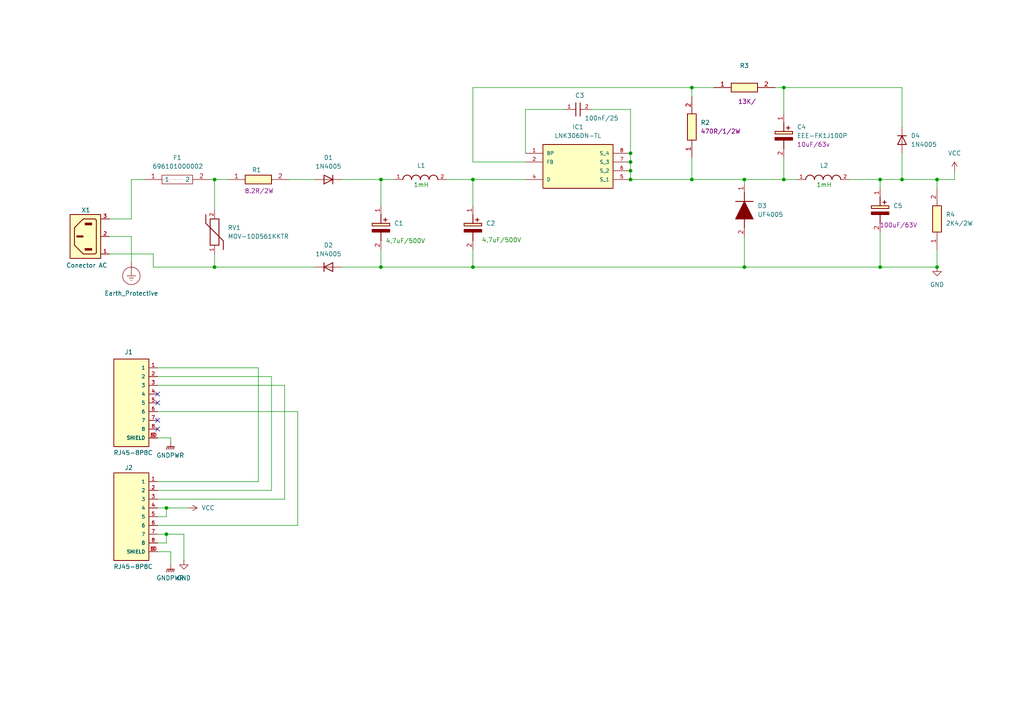
<source format=kicad_sch>
(kicad_sch (version 20231120) (generator "eeschema") (generator_version "8.0")
  (paper "A4")
  (lib_symbols
    (symbol "Diode:1N4005" (pin_numbers hide) (pin_names hide)
      (property "Reference" "D" (at 0 2.54 0))
      (property "Value" "1N4005" (at 0 -2.54 0))
      (symbol "1N4005_0_1"
        (polyline (pts (xy -1.27 1.27) (xy -1.27 -1.27)) (stroke (width 0.254)))
        (polyline (pts (xy 1.27 0) (xy -1.27 0)))
        (polyline (pts (xy 1.27 1.27) (xy 1.27 -1.27) (xy -1.27 0) (xy 1.27 1.27)) (stroke (width 0.254)))
      )
      (symbol "1N4005_1_1"
        (pin passive line (at -3.81 0 0) (length 2.54) (name "K") (number "1"))
        (pin passive line (at 3.81 0 180) (length 2.54) (name "A") (number "2"))
      )
    )
    (symbol "Equatorial:35212K4FT" (pin_names hide)
      (property "Reference" "R" (at 6.096 3.556 0))
      (property "Value" "2K4/2W" (at 5.588 -2.794 0))
      (symbol "35212K4FT_1_1"
        (rectangle (start 5.08 1.27) (end 12.7 -1.27) (stroke (width 0.254)) (fill (type background)))
        (pin passive line (at 0 0 0) (length 5.08) (name "1") (number "1"))
        (pin passive line (at 17.78 0 180) (length 5.08) (name "2") (number "2"))
      )
    )
    (symbol "Equatorial:696101000002" (pin_names (offset 0.762))
      (property "Reference" "F" (at 10.414 2.286 0))
      (property "Value" "696101000002" (at 4.572 -4.826 0))
      (symbol "696101000002_0_0"
        (pin passive line (at 1.27 -1.27 0) (length 5.08) (name "1") (number "1"))
        (pin passive line (at 20.32 -1.27 180) (length 5.08) (name "2") (number "2"))
      )
      (symbol "696101000002_0_1"
        (polyline (pts (xy 6.35 0) (xy 15.24 0) (xy 15.24 -2.54) (xy 6.35 -2.54) (xy 6.35 0)) (stroke (width 0.1524)))
      )
      (symbol "696101000002_1_1"
        (polyline (pts (xy 6.35 -1.27) (xy 15.24 -1.27)) (stroke (width 0) (type dot)))
      )
    )
    (symbol "Equatorial:6ESRM-P" (pin_names (offset 1.016))
      (property "Reference" "X" (at 0 0 0))
      (property "Value" "Conector AC" (at 0 0 0))
      (symbol "6ESRM-P_0_0"
        (polyline (pts (xy 1.27 4.572) (xy 1.27 -4.572)) (stroke (width 0.254)))
        (polyline (pts (xy 1.778 -5.08) (xy 4.8696 -5.08)) (stroke (width 0.254)))
        (polyline (pts (xy 4.8696 5.08) (xy 1.778 5.08)) (stroke (width 0.254)))
        (polyline (pts (xy 5.2288 -4.9312) (xy 7.4712 -2.6888)) (stroke (width 0.254)))
        (polyline (pts (xy 7.4712 2.6888) (xy 5.2288 4.9312)) (stroke (width 0.254)))
        (polyline (pts (xy 7.62 -2.3296) (xy 7.62 2.3296)) (stroke (width 0.254)))
        (rectangle (start 0 6.35) (end 8.89 -6.35) (stroke (width 0.254)) (fill (type background)))
        (arc (start 1.27 -4.572) (mid 1.4188 -4.9312) (end 1.778 -5.08) (stroke (width 0.254)))
        (arc (start 1.778 5.08) (mid 1.4188 4.9312) (end 1.27 4.572) (stroke (width 0.254)))
        (rectangle (start 2.54 -3.937) (end 4.572 -3.302) (stroke (width 0.1)) (fill (type outline)))
        (rectangle (start 2.54 3.429) (end 4.572 4.064) (stroke (width 0.1)) (fill (type outline)))
        (arc (start 4.8696 -5.08) (mid 5.0642 -5.0416) (end 5.2288 -4.9312) (stroke (width 0.254)))
        (rectangle (start 5.08 -0.254) (end 6.985 0.254) (stroke (width 0.1)) (fill (type outline)))
        (arc (start 5.2288 4.9312) (mid 5.0639 5.0408) (end 4.8696 5.08) (stroke (width 0.254)))
        (arc (start 7.4712 -2.6888) (mid 7.5808 -2.5239) (end 7.62 -2.3296) (stroke (width 0.254)))
        (arc (start 7.62 2.3296) (mid 7.5816 2.5242) (end 7.4712 2.6888) (stroke (width 0.254)))
        (pin passive line (at -2.54 5.08 0) (length 2.54) (name "~") (number "1"))
        (pin passive line (at -2.54 0 0) (length 2.54) (name "~") (number "2"))
        (pin passive line (at -2.54 -5.08 0) (length 2.54) (name "~") (number "3"))
      )
    )
    (symbol "Equatorial:CRGH2512J8R2" (pin_names hide)
      (property "Reference" "R" (at 8.382 5.334 0))
      (property "Value" "CRGH2512J8R2" (at 2.794 -3.302 0))
      (symbol "CRGH2512J8R2_1_1"
        (rectangle (start 5.08 1.27) (end 12.7 -1.27) (stroke (width 0.254)) (fill (type background)))
        (pin passive line (at 0 0 0) (length 5.08) (name "1") (number "1"))
        (pin passive line (at 17.78 0 180) (length 5.08) (name "2") (number "2"))
      )
    )
    (symbol "Equatorial:EEE-FK1J100P" (pin_names hide)
      (property "Reference" "C" (at 5.588 5.842 0))
      (property "Value" "EEE-FK1J100P" (at -0.508 -4.572 0))
      (property "ref" "10uF/63v" (at 0 0 0))
      (symbol "EEE-FK1J100P_1_1"
        (polyline (pts (xy 2.54 0) (xy 5.08 0)) (stroke (width 0.254)))
        (polyline (pts (xy 4.064 1.778) (xy 4.064 0.762)) (stroke (width 0.254)))
        (polyline (pts (xy 4.572 1.27) (xy 3.556 1.27)) (stroke (width 0.254)))
        (polyline (pts (xy 7.62 0) (xy 10.16 0)) (stroke (width 0.254)))
        (polyline (pts (xy 7.62 2.54) (xy 7.62 -2.54) (xy 6.858 -2.54) (xy 6.858 2.54) (xy 7.62 2.54)) (stroke (width 0.254)) (fill (type outline)))
        (rectangle (start 5.08 2.54) (end 5.842 -2.54) (stroke (width 0.254)) (fill (type background)))
        (pin passive line (at 0 0 0) (length 2.54) (name "+") (number "1"))
        (pin passive line (at 12.7 0 180) (length 2.54) (name "-") (number "2"))
      )
    )
    (symbol "Equatorial:ERA-6ARB133V" (pin_names hide)
      (property "Reference" "R" (at 8.636 4.318 0))
      (property "Value" "ERA-6ARB133V" (at 2.54 -1.778 0))
      (symbol "ERA-6ARB133V_1_1"
        (rectangle (start 5.08 1.27) (end 12.7 -1.27) (stroke (width 0.254)) (fill (type background)))
        (pin passive line (at 0 0 0) (length 5.08) (name "1") (number "1"))
        (pin passive line (at 17.78 0 180) (length 5.08) (name "2") (number "2"))
      )
    )
    (symbol "Equatorial:LNK306DN-TL" (pin_names (offset 1.016))
      (property "Reference" "IC" (at 14.986 5.334 0))
      (property "Value" "LNK306DN-TL" (at 7.62 -12.192 0))
      (symbol "LNK306DN-TL_0_0"
        (rectangle (start 5.08 -10.16) (end 25.4 2.54) (stroke (width 0.254)) (fill (type background)))
        (pin bidirectional line (at 0 0 0) (length 5.08) (name "BP") (number "1"))
        (pin bidirectional line (at 0 -2.54 0) (length 5.08) (name "FB") (number "2"))
        (pin bidirectional line (at 0 -7.62 0) (length 5.08) (name "D") (number "4"))
        (pin bidirectional line (at 30.48 -7.62 180) (length 5.08) (name "S_1") (number "5"))
        (pin bidirectional line (at 30.48 -5.08 180) (length 5.08) (name "S_2") (number "6"))
        (pin bidirectional line (at 30.48 -2.54 180) (length 5.08) (name "S_3") (number "7"))
        (pin bidirectional line (at 30.48 0 180) (length 5.08) (name "S_4") (number "8"))
      )
    )
    (symbol "Equatorial:MAL215097803E3" (pin_names hide)
      (property "Reference" "C" (at 6.096 5.588 0))
      (property "Value" "MAL215097803E3" (at -1.27 -3.81 0))
      (symbol "MAL215097803E3_1_1"
        (polyline (pts (xy 2.54 0) (xy 5.08 0)) (stroke (width 0.254)))
        (polyline (pts (xy 4.064 1.778) (xy 4.064 0.762)) (stroke (width 0.254)))
        (polyline (pts (xy 4.572 1.27) (xy 3.556 1.27)) (stroke (width 0.254)))
        (polyline (pts (xy 7.62 0) (xy 10.16 0)) (stroke (width 0.254)))
        (polyline (pts (xy 7.62 2.54) (xy 7.62 -2.54) (xy 6.858 -2.54) (xy 6.858 2.54) (xy 7.62 2.54)) (stroke (width 0.254)) (fill (type outline)))
        (rectangle (start 5.08 2.54) (end 5.842 -2.54) (stroke (width 0.254)) (fill (type background)))
        (pin passive line (at 0 0 0) (length 2.54) (name "+") (number "1"))
        (pin passive line (at 12.7 0 180) (length 2.54) (name "-") (number "2"))
      )
    )
    (symbol "Equatorial:MOV-10D511K" (pin_names (offset 1.016))
      (property "Reference" "RV" (at 11.43 6.35 0))
      (property "Value" "MOV-10D561KKTR" (at 11.43 3.81 0))
      (symbol "MOV-10D511K_0_0"
        (polyline (pts (xy 1.27 -2.54) (xy 3.81 -2.54)) (stroke (width 0.254)))
        (polyline (pts (xy 2.54 1.27) (xy 2.54 -1.27)) (stroke (width 0.254)))
        (polyline (pts (xy 2.54 1.27) (xy 10.16 1.27)) (stroke (width 0.254)))
        (polyline (pts (xy 8.89 2.54) (xy 3.81 -2.54)) (stroke (width 0.254)))
        (polyline (pts (xy 8.89 2.54) (xy 11.43 2.54)) (stroke (width 0.254)))
        (polyline (pts (xy 10.16 -1.27) (xy 2.54 -1.27)) (stroke (width 0.254)))
        (polyline (pts (xy 10.16 -1.27) (xy 10.16 1.27)) (stroke (width 0.254)))
        (pin bidirectional line (at 0 0 0) (length 2.54) (name "~") (number "1"))
        (pin bidirectional line (at 12.7 0 180) (length 2.54) (name "~") (number "2"))
      )
    )
    (symbol "Equatorial:RCC1206470RFKEA" (pin_names hide)
      (property "Reference" "R" (at 6.604 4.826 0))
      (symbol "RCC1206470RFKEA_1_1"
        (rectangle (start 5.08 1.27) (end 12.7 -1.27) (stroke (width 0.254)) (fill (type background)))
        (pin passive line (at 0 0 0) (length 5.08) (name "1") (number "1"))
        (pin passive line (at 17.78 0 180) (length 5.08) (name "2") (number "2"))
      )
    )
    (symbol "Equatorial:RJ45-8P8C" (pin_names (offset 1.016))
      (property "Reference" "J" (at -5.089 13.9947 0))
      (property "Value" "RJ45-8P8C" (at -5.0863 -15.259 0))
      (symbol "RJ45-8P8C_0_0"
        (rectangle (start -5.08 -12.7) (end 5.08 12.7) (stroke (width 0.254)) (fill (type background)))
        (pin passive line (at 7.62 10.16 180) (length 2.54) (name "1") (number "1"))
        (pin passive line (at 7.62 -10.16 180) (length 2.54) (name "SHIELD") (number "10"))
        (pin passive line (at 7.62 7.62 180) (length 2.54) (name "2") (number "2"))
        (pin passive line (at 7.62 5.08 180) (length 2.54) (name "3") (number "3"))
        (pin passive line (at 7.62 2.54 180) (length 2.54) (name "4") (number "4"))
        (pin passive line (at 7.62 0 180) (length 2.54) (name "5") (number "5"))
        (pin passive line (at 7.62 -2.54 180) (length 2.54) (name "6") (number "6"))
        (pin passive line (at 7.62 -5.08 180) (length 2.54) (name "7") (number "7"))
        (pin passive line (at 7.62 -7.62 180) (length 2.54) (name "8") (number "8"))
        (pin passive line (at 7.62 -10.16 180) (length 2.54) (name "SHIELD") (number "9"))
      )
    )
    (symbol "Equatorial:UF4005" (pin_names hide)
      (property "Reference" "D" (at 11.43 5.08 0))
      (property "Value" "UF4005" (at 11.43 2.54 0))
      (symbol "UF4005_1_1"
        (polyline (pts (xy 2.54 0) (xy 5.08 0)) (stroke (width 0.254)))
        (polyline (pts (xy 5.08 2.54) (xy 5.08 -2.54)) (stroke (width 0.254)))
        (polyline (pts (xy 10.16 0) (xy 12.7 0)) (stroke (width 0.254)))
        (polyline (pts (xy 5.08 0) (xy 10.16 2.54) (xy 10.16 -2.54) (xy 5.08 0)) (stroke (width 0.254)) (fill (type outline)))
        (pin passive line (at 0 0 0) (length 2.54) (name "K") (number "1"))
        (pin passive line (at 15.24 0 180) (length 2.54) (name "A") (number "2"))
      )
    )
    (symbol "Equatorial:ULT2H4R7MNL1GS" (pin_names hide)
      (property "Reference" "C" (at 5.842 6.096 0))
      (property "Value" "ULT2H4R7MNL1GS" (at -3.048 -4.318 0))
      (symbol "ULT2H4R7MNL1GS_1_1"
        (polyline (pts (xy 2.54 0) (xy 5.08 0)) (stroke (width 0.254)))
        (polyline (pts (xy 4.064 1.778) (xy 4.064 0.762)) (stroke (width 0.254)))
        (polyline (pts (xy 4.572 1.27) (xy 3.556 1.27)) (stroke (width 0.254)))
        (polyline (pts (xy 7.62 0) (xy 10.16 0)) (stroke (width 0.254)))
        (polyline (pts (xy 7.62 2.54) (xy 7.62 -2.54) (xy 6.858 -2.54) (xy 6.858 2.54) (xy 7.62 2.54)) (stroke (width 0.254)) (fill (type outline)))
        (rectangle (start 5.08 2.54) (end 5.842 -2.54) (stroke (width 0.254)) (fill (type background)))
        (pin passive line (at 0 0 0) (length 2.54) (name "+") (number "1"))
        (pin passive line (at 12.7 0 180) (length 2.54) (name "-") (number "2"))
      )
    )
    (symbol "Equatorial:WCAP-CSGP_0603" (pin_names (offset 1.016))
      (property "Reference" "C" (at 1.27 2.54 0))
      (property "Value" "100nF/25" (at 1.27 -5.08 0))
      (symbol "WCAP-CSGP_0603_0_0"
        (polyline (pts (xy 0 0) (xy 0.6426 0)) (stroke (width 0.1524)))
        (polyline (pts (xy 0.635 -1.905) (xy 0.635 1.905)) (stroke (width 0.254)))
        (polyline (pts (xy 1.905 1.905) (xy 1.905 -1.905)) (stroke (width 0.254)))
        (polyline (pts (xy 1.9279 0) (xy 2.5705 0)) (stroke (width 0.1524)))
        (pin passive line (at -2.54 0 0) (length 2.54) (name "~") (number "1"))
        (pin passive line (at 5.08 0 180) (length 2.54) (name "~") (number "2"))
      )
    )
    (symbol "Equatorial:WE-PD2HV_1054" (pin_names (offset 1.016))
      (property "Reference" "L" (at 0 2.54 0))
      (property "Value" "WE-PD2HV_1054" (at -3.81 -2.54 0))
      (symbol "WE-PD2HV_1054_0_0"
        (arc (start -2.54 0) (mid -3.81 1.2645) (end -5.08 0) (stroke (width 0.254)))
        (arc (start 0 0) (mid -1.27 1.2645) (end -2.54 0) (stroke (width 0.254)))
        (arc (start 2.54 0) (mid 1.27 1.2645) (end 0 0) (stroke (width 0.254)))
        (arc (start 5.08 0) (mid 3.81 1.2645) (end 2.54 0) (stroke (width 0.254)))
        (pin passive line (at -7.62 0 0) (length 2.54) (name "~") (number "1"))
        (pin passive line (at 7.62 0 180) (length 2.54) (name "~") (number "2"))
      )
    )
    (symbol "power:Earth_Protective" (power) (pin_numbers hide) (pin_names (offset 0) hide)
      (property "Value" "Earth_Protective" (at 0 -7.62 0))
      (symbol "Earth_Protective_0_1"
        (circle (center 0 -3.81) (radius 2.54))
        (polyline (pts (xy -0.635 -4.445) (xy 0.635 -4.445)))
        (polyline (pts (xy -0.127 -5.08) (xy 0.127 -5.08)))
        (polyline (pts (xy 0 -3.81) (xy 0 0)))
        (polyline (pts (xy 1.27 -3.81) (xy -1.27 -3.81)))
      )
      (symbol "Earth_Protective_1_1"
        (pin power_in line (at 0 0 270) (length 0) (name "~") (number "1"))
      )
    )
    (symbol "power:GND" (power) (pin_numbers hide) (pin_names (offset 0) hide)
      (property "Value" "GND" (at 0 -3.81 0))
      (symbol "GND_0_1"
        (polyline (pts (xy 0 0) (xy 0 -1.27) (xy 1.27 -1.27) (xy 0 -2.54) (xy -1.27 -1.27) (xy 0 -1.27)))
      )
      (symbol "GND_1_1"
        (pin power_in line (at 0 0 270) (length 0) (name "~") (number "1"))
      )
    )
    (symbol "power:GNDPWR" (power) (pin_numbers hide) (pin_names (offset 0) hide)
      (property "Value" "GNDPWR" (at 0 -3.302 0))
      (symbol "GNDPWR_0_1"
        (polyline (pts (xy 0 -1.27) (xy 0 0)))
        (polyline (pts (xy -1.016 -1.27) (xy -1.27 -2.032) (xy -1.27 -2.032)) (stroke (width 0.2032)))
        (polyline (pts (xy -0.508 -1.27) (xy -0.762 -2.032) (xy -0.762 -2.032)) (stroke (width 0.2032)))
        (polyline (pts (xy 0 -1.27) (xy -0.254 -2.032) (xy -0.254 -2.032)) (stroke (width 0.2032)))
        (polyline (pts (xy 0.508 -1.27) (xy 0.254 -2.032) (xy 0.254 -2.032)) (stroke (width 0.2032)))
        (polyline (pts (xy 1.016 -1.27) (xy -1.016 -1.27) (xy -1.016 -1.27)) (stroke (width 0.2032)))
        (polyline (pts (xy 1.016 -1.27) (xy 0.762 -2.032) (xy 0.762 -2.032) (xy 0.762 -2.032)) (stroke (width 0.2032)))
      )
      (symbol "GNDPWR_1_1"
        (pin power_in line (at 0 0 270) (length 0) (name "~") (number "1"))
      )
    )
    (symbol "power:VCC" (power) (pin_numbers hide) (pin_names (offset 0) hide)
      (property "Value" "VCC" (at 0 3.556 0))
      (symbol "VCC_0_1"
        (polyline (pts (xy -0.762 1.27) (xy 0 2.54)))
        (polyline (pts (xy 0 0) (xy 0 2.54)))
        (polyline (pts (xy 0 2.54) (xy 0.762 1.27)))
      )
      (symbol "VCC_1_1"
        (pin power_in line (at 0 0 90) (length 0) (name "~") (number "1"))
      )
    )
  )
  (junction (at 182.88 46.99))
  (junction (at 255.27 52.07))
  (junction (at 227.33 25.4))
  (junction (at 137.16 77.47))
  (junction (at 137.16 52.07))
  (junction (at 182.88 52.07))
  (junction (at 215.9 77.47))
  (junction (at 110.49 77.47))
  (junction (at 271.78 77.47))
  (junction (at 110.49 52.07))
  (junction (at 48.26 154.94))
  (junction (at 261.62 52.07))
  (junction (at 227.33 52.07))
  (junction (at 200.66 52.07))
  (junction (at 62.23 52.07))
  (junction (at 255.27 77.47))
  (junction (at 182.88 49.53))
  (junction (at 271.78 52.07))
  (junction (at 200.66 25.4))
  (junction (at 182.88 44.45))
  (junction (at 215.9 52.07))
  (junction (at 62.23 77.47))
  (junction (at 48.26 147.32))
  (no_connect (at 45.72 114.3))
  (no_connect (at 45.72 124.46))
  (no_connect (at 45.72 116.84))
  (no_connect (at 45.72 121.92))
  (wire (pts (xy 45.72 144.78) (xy 82.55 144.78)))
  (wire (pts (xy 86.36 152.4) (xy 45.72 152.4)))
  (wire (pts (xy 137.16 52.07) (xy 152.4 52.07)))
  (wire (pts (xy 45.72 111.76) (xy 82.55 111.76)))
  (wire (pts (xy 31.75 68.58) (xy 38.1 68.58)))
  (wire (pts (xy 200.66 45.72) (xy 200.66 52.07)))
  (wire (pts (xy 261.62 52.07) (xy 255.27 52.07)))
  (wire (pts (xy 48.26 157.48) (xy 48.26 154.94)))
  (wire (pts (xy 83.82 52.07) (xy 91.44 52.07)))
  (wire (pts (xy 53.34 154.94) (xy 53.34 162.56)))
  (wire (pts (xy 261.62 36.83) (xy 261.62 25.4)))
  (wire (pts (xy 110.49 52.07) (xy 114.3 52.07)))
  (wire (pts (xy 110.49 52.07) (xy 110.49 59.69)))
  (wire (pts (xy 215.9 77.47) (xy 137.16 77.47)))
  (wire (pts (xy 200.66 25.4) (xy 200.66 27.94)))
  (wire (pts (xy 45.72 154.94) (xy 48.26 154.94)))
  (wire (pts (xy 45.72 127) (xy 49.53 127)))
  (wire (pts (xy 31.75 73.66) (xy 44.45 73.66)))
  (wire (pts (xy 182.88 31.75) (xy 182.88 44.45)))
  (wire (pts (xy 99.06 77.47) (xy 110.49 77.47)))
  (wire (pts (xy 276.86 49.53) (xy 276.86 52.07)))
  (wire (pts (xy 261.62 44.45) (xy 261.62 52.07)))
  (wire (pts (xy 215.9 77.47) (xy 255.27 77.47)))
  (wire (pts (xy 137.16 25.4) (xy 200.66 25.4)))
  (wire (pts (xy 82.55 111.76) (xy 82.55 144.78)))
  (wire (pts (xy 62.23 52.07) (xy 66.04 52.07)))
  (wire (pts (xy 182.88 49.53) (xy 182.88 52.07)))
  (wire (pts (xy 271.78 72.39) (xy 271.78 77.47)))
  (wire (pts (xy 271.78 52.07) (xy 261.62 52.07)))
  (wire (pts (xy 99.06 52.07) (xy 110.49 52.07)))
  (wire (pts (xy 152.4 46.99) (xy 137.16 46.99)))
  (wire (pts (xy 182.88 44.45) (xy 182.88 46.99)))
  (wire (pts (xy 227.33 45.72) (xy 227.33 52.07)))
  (wire (pts (xy 182.88 52.07) (xy 200.66 52.07)))
  (wire (pts (xy 224.79 25.4) (xy 227.33 25.4)))
  (wire (pts (xy 45.72 109.22) (xy 78.74 109.22)))
  (wire (pts (xy 255.27 52.07) (xy 255.27 54.61)))
  (wire (pts (xy 74.93 106.68) (xy 74.93 139.7)))
  (wire (pts (xy 271.78 54.61) (xy 271.78 52.07)))
  (wire (pts (xy 171.45 31.75) (xy 182.88 31.75)))
  (wire (pts (xy 137.16 46.99) (xy 137.16 25.4)))
  (wire (pts (xy 110.49 72.39) (xy 110.49 77.47)))
  (wire (pts (xy 60.96 52.07) (xy 62.23 52.07)))
  (wire (pts (xy 200.66 52.07) (xy 215.9 52.07)))
  (wire (pts (xy 152.4 31.75) (xy 152.4 44.45)))
  (wire (pts (xy 74.93 139.7) (xy 45.72 139.7)))
  (wire (pts (xy 49.53 127) (xy 49.53 128.27)))
  (wire (pts (xy 215.9 68.58) (xy 215.9 77.47)))
  (wire (pts (xy 45.72 157.48) (xy 48.26 157.48)))
  (wire (pts (xy 44.45 73.66) (xy 44.45 77.47)))
  (wire (pts (xy 62.23 73.66) (xy 62.23 77.47)))
  (wire (pts (xy 48.26 154.94) (xy 53.34 154.94)))
  (wire (pts (xy 45.72 147.32) (xy 48.26 147.32)))
  (wire (pts (xy 49.53 160.02) (xy 49.53 163.83)))
  (wire (pts (xy 45.72 160.02) (xy 49.53 160.02)))
  (wire (pts (xy 62.23 77.47) (xy 91.44 77.47)))
  (wire (pts (xy 163.83 31.75) (xy 152.4 31.75)))
  (wire (pts (xy 45.72 106.68) (xy 74.93 106.68)))
  (wire (pts (xy 38.1 63.5) (xy 38.1 52.07)))
  (wire (pts (xy 62.23 60.96) (xy 62.23 52.07)))
  (wire (pts (xy 215.9 52.07) (xy 227.33 52.07)))
  (wire (pts (xy 137.16 72.39) (xy 137.16 77.47)))
  (wire (pts (xy 271.78 77.47) (xy 255.27 77.47)))
  (wire (pts (xy 129.54 52.07) (xy 137.16 52.07)))
  (wire (pts (xy 137.16 52.07) (xy 137.16 59.69)))
  (wire (pts (xy 48.26 147.32) (xy 48.26 149.86)))
  (wire (pts (xy 276.86 52.07) (xy 271.78 52.07)))
  (wire (pts (xy 86.36 119.38) (xy 86.36 152.4)))
  (wire (pts (xy 110.49 77.47) (xy 137.16 77.47)))
  (wire (pts (xy 48.26 147.32) (xy 54.61 147.32)))
  (wire (pts (xy 78.74 109.22) (xy 78.74 142.24)))
  (wire (pts (xy 227.33 52.07) (xy 231.14 52.07)))
  (wire (pts (xy 227.33 25.4) (xy 227.33 33.02)))
  (wire (pts (xy 48.26 149.86) (xy 45.72 149.86)))
  (wire (pts (xy 78.74 142.24) (xy 45.72 142.24)))
  (wire (pts (xy 38.1 68.58) (xy 38.1 76.2)))
  (wire (pts (xy 44.45 77.47) (xy 62.23 77.47)))
  (wire (pts (xy 45.72 119.38) (xy 86.36 119.38)))
  (wire (pts (xy 182.88 46.99) (xy 182.88 49.53)))
  (wire (pts (xy 227.33 25.4) (xy 261.62 25.4)))
  (wire (pts (xy 246.38 52.07) (xy 255.27 52.07)))
  (wire (pts (xy 215.9 52.07) (xy 215.9 53.34)))
  (wire (pts (xy 31.75 63.5) (xy 38.1 63.5)))
  (wire (pts (xy 38.1 52.07) (xy 41.91 52.07)))
  (wire (pts (xy 200.66 25.4) (xy 207.01 25.4)))
  (wire (pts (xy 255.27 67.31) (xy 255.27 77.47)))
  (symbol (lib_id "Equatorial:MOV-10D511K") (at 62.23 73.66 90) (unit 1)
    (property "Reference" "RV1" (at 66.04 66.0399 90) (effects (justify right)))
    (property "Value" "MOV-10D561KKTR" (at 66.04 68.5799 90) (effects (justify right)))
    (property "Footprint" "Equatorial_foot:MOV10D511K" (effects (hide yes)))
    (property "Description" "Metal Oxide Varistor" (effects (hide yes)))
    (property "MANUFACTURER_NAME" "Bourns" (effects (hide yes)))
    (property "MF" "Bourns" (effects (hide yes)))
    (property "MOUSER_PRICE-STOCK" "https://www.mouser.co.uk/ProductDetail/Bourns/MOV-10D511K?qs=lgttKnAd%252B2BmTxrbFsFYog%3D%3D" (effects (hide yes)))
    (property "MOUSER_PART_NUMBER" "652-MOV-10D511K" (effects (hide yes)))
    (property "Price" "None" (effects (hide yes)))
    (property "Package" "Disc-10 Bourns" (effects (hide yes)))
    (property "Check_prices" "https://www.snapeda.com/parts/MOV-10D511K/Bourns/view-part/?ref=eda" (effects (hide yes)))
    (property "HEIGHT" "15.5mm" (effects (hide yes)))
    (property "SnapEDA_Link" "https://www.snapeda.com/parts/MOV-10D511K/Bourns/view-part/?ref=snap" (effects (hide yes)))
    (property "MP" "MOV-10D511K" (effects (hide yes)))
    (property "Description_1" "\n510 V 2,5 kA Varistor 1 Circuito Through Hole Disco 10mm\n" (effects (hide yes)))
    (property "Availability" "In Stock" (effects (hide yes)))
    (property "MANUFACTURER_PART_NUMBER" "MOV-10D511K" (effects (hide yes)))
  )
  (symbol (lib_id "Equatorial:MAL215097803E3") (at 255.27 54.61 270) (unit 1)
    (property "Reference" "C5" (at 259.08 59.6899 90) (effects (justify left)))
    (property "Value" "MAL215097803E3" (effects (hide yes)))
    (property "Footprint" "Equatorial_foot:CAPAE1050X1430N" (effects (hide yes)))
    (property "Datasheet" "https://www.vishay.com/docs/28395/150crz.pdf" (effects (hide yes)))
    (property "Description" "Aluminum Electrolytic Capacitors - SMD 100UF 63V 105C 3000H" (effects (hide yes)))
    (property "Height" "14.3" (effects (hide yes)))
    (property "Mouser Part Number" "594-MAL215097803E3" (effects (hide yes)))
    (property "Mouser Price/Stock" "https://www.mouser.co.uk/ProductDetail/Vishay-BC-Components/MAL215097803E3?qs=qmStTZH4TzkGiv%2F5tmpzfQ%3D%3D" (effects (hide yes)))
    (property "Manufacturer_Name" "Vishay" (effects (hide yes)))
    (property "Manufacturer_Part_Number" "MAL215097803E3" (effects (hide yes)))
    (property "REF" "100uF/63V" (at 260.604 65.278 90))
  )
  (symbol (lib_id "Equatorial:LNK306DN-TL") (at 152.4 44.45 0) (unit 1)
    (property "Reference" "IC1" (at 167.64 36.83 0))
    (property "Value" "LNK306DN-TL" (at 167.64 39.37 0))
    (property "Footprint" "Equatorial_foot:SOIC127P600X175-7N" (effects (hide yes)))
    (property "MANUFACTURER_NAME" "Power Integrations" (effects (hide yes)))
    (property "MF" "Power Integrations" (effects (hide yes)))
    (property "MOUSER_PRICE-STOCK" "https://www.mouser.co.uk/ProductDetail/Power-Integrations/LNK306DN-TL?qs=DXEyBVngLFVl%2FifjZaqcDw%3D%3D" (effects (hide yes)))
    (property "DESCRIPTION" "AC/DC Converters 225 mA (MDCM) 360 mA (CCM)" (effects (hide yes)))
    (property "MOUSER_PART_NUMBER" "869-LNK306DN-TL" (effects (hide yes)))
    (property "Price" "None" (effects (hide yes)))
    (property "Package" "SOIC-8 Power Integrations" (effects (hide yes)))
    (property "Check_prices" "https://www.snapeda.com/parts/LNK306DN-TL/Power+Integrations/view-part/?ref=eda" (effects (hide yes)))
    (property "HEIGHT" "1.75mm" (effects (hide yes)))
    (property "SnapEDA_Link" "https://www.snapeda.com/parts/LNK306DN-TL/Power+Integrations/view-part/?ref=snap" (effects (hide yes)))
    (property "MP" "LNK306DN-TL" (effects (hide yes)))
    (property "Purchase-URL" "https://www.snapeda.com/api/url_track_click_mouser/?unipart_id=39212&manufacturer=Power Integrations&part_name=LNK306DN-TL&search_term=lnk306" (effects (hide yes)))
    (property "Description_1" "\nConverter Offline Buck, Buck-Boost, Flyback Topology 66kHz SO-8C\n" (effects (hide yes)))
    (property "Availability" "In Stock" (effects (hide yes)))
    (property "MANUFACTURER_PART_NUMBER" "LNK306DN-TL" (effects (hide yes)))
  )
  (symbol (lib_id "Diode:1N4005") (at 261.62 40.64 270) (unit 1)
    (property "Reference" "D4" (at 264.16 39.3699 90) (effects (justify left)))
    (property "Value" "1N4005" (at 264.16 41.9099 90) (effects (justify left)))
    (property "Footprint" "Diode_THT:D_DO-41_SOD81_P10.16mm_Horizontal" (effects (hide yes)))
    (property "Datasheet" "http://www.vishay.com/docs/88503/1n4001.pdf" (effects (hide yes)))
    (property "Description" "600V 1A General Purpose Rectifier Diode, DO-41" (effects (hide yes)))
    (property "Sim.Device" "D" (effects (hide yes)))
    (property "Sim.Pins" "1=K 2=A" (effects (hide yes)))
  )
  (symbol (lib_id "Equatorial:RJ45-8P8C") (at 38.1 149.86 0) (unit 1)
    (property "Reference" "J2" (at 37.338 135.636 0))
    (property "Value" "RJ45-8P8C" (at 38.608 164.338 0))
    (property "Footprint" "Equatorial_foot:RJ45-8P8C" (effects (hide yes)))
    (property "Datasheet" "https://produto.mercadolivre.com.br/MLB-1210845845-10-pecas-modular-jack-rj45-fmea-blindado-8p8c-90g-59-01-_JM#is_advertising=true&position=1&search_layout=stack&type=pad&tracking_id=03e7eab5-b451-4c6e-90d8-78c3e4fae9cb&is_advertising=true&ad_domain=VQCATCORE_LST&ad_position=1&ad_click_id=NGJiY2RlNDktNTllMC00NGZiLTk4ODYtZDg0NjhlOGI5ZmE1" (effects (hide yes)))
    (property "Description" "Mercado livre" (effects (hide yes)))
  )
  (symbol (lib_id "Equatorial:EEE-FK1J100P") (at 227.33 33.02 270) (unit 1)
    (property "Reference" "C4" (at 231.14 36.8299 90) (effects (justify left)))
    (property "Value" "EEE-FK1J100P" (at 231.14 39.3699 90) (effects (justify left)))
    (property "Footprint" "Equatorial_foot:EEE1AA101SP" (effects (hide yes)))
    (property "Datasheet" "https://componentsearchengine.com/Datasheets/1/EEE-FK1J100P.pdf" (effects (hide yes)))
    (property "Description" "Aluminum Electrolytic Capacitors - SMD 10uF 63V" (effects (hide yes)))
    (property "Height" "7.8" (effects (hide yes)))
    (property "Mouser Part Number" "667-EEE-FK1J100P" (effects (hide yes)))
    (property "Mouser Price/Stock" "https://www.mouser.com/Search/Refine.aspx?Keyword=667-EEE-FK1J100P" (effects (hide yes)))
    (property "Manufacturer_Name" "Panasonic" (effects (hide yes)))
    (property "Manufacturer_Part_Number" "EEE-FK1J100P" (effects (hide yes)))
    (property "ref" "10uF/63v" (at 231.14 41.9099 90) (effects (justify left)))
  )
  (symbol (lib_id "Equatorial:ULT2H4R7MNL1GS") (at 110.49 59.69 270) (unit 1)
    (property "Reference" "C1" (at 114.3 64.7699 90) (effects (justify left)))
    (property "Value" "ULT2H4R7MNL1GS" (effects (hide yes)))
    (property "Footprint" "Equatorial_foot:CAPAE1030X1450N" (effects (hide yes)))
    (property "Datasheet" "https://componentsearchengine.com/Datasheets/1/ULT2H4R7MNL1GS.pdf" (effects (hide yes)))
    (property "Description" "Aluminum Electrolytic Capacitors - SMD 500V 4.7UF 20%" (effects (hide yes)))
    (property "Height" "14.5" (effects (hide yes)))
    (property "Mouser Part Number" "647-ULT2H4R7MNL1GS" (effects (hide yes)))
    (property "Mouser Price/Stock" "https://www.mouser.com/Search/Refine.aspx?Keyword=647-ULT2H4R7MNL1GS" (effects (hide yes)))
    (property "Manufacturer_Name" "Nichicon" (effects (hide yes)))
    (property "Manufacturer_Part_Number" "ULT2H4R7MNL1GS" (effects (hide yes)))
    (property "REF" "4,7uF/500V" (at 117.602 69.85 90))
  )
  (symbol (lib_id "Equatorial:35212K4FT") (at 271.78 72.39 90) (unit 1)
    (property "Reference" "R4" (at 274.32 62.2299 90) (effects (justify right)))
    (property "Value" "2K4/2W" (at 274.32 64.7699 90) (effects (justify right)))
    (property "Footprint" "Equatorial_foot:RESC6432X65N" (effects (hide yes)))
    (property "Datasheet" "https://www.te.com/commerce/DocumentDelivery/DDEController?Action=srchrtrv&DocNm=9-1773463-5&DocType=Data%20Sheet&DocLang=English&PartCntxt=5-2176070-8&DocFormat=pdf" (effects (hide yes)))
    (property "Description" "Configuration Features: Number of Resistors 1 | Dimensions: Product Length 6.35 MM | Product Height .55 MM | Product Width .126 INCH | Product Length .25 INCH | Product Height .022 INCH | Product Width 3.2 MM | Electrical Characteristics: Passive Component Tolerance 1 PCT | Operating Voltage 250 V | Power Rating 2 WATT | Resistance Value 2.4K OHM | Resistance Class 1k  1M | Packaging Features: Packaging Method Taped & Reeled | Product Type Features: Package Size Code 2512 | Element Type Thick Film |" (effects (hide yes)))
    (property "Height" "0.65" (effects (hide yes)))
    (property "Mouser Part Number" "279-35212K4FT" (effects (hide yes)))
    (property "Mouser Price/Stock" "https://www.mouser.co.uk/ProductDetail/TE-Connectivity-Holsworthy/35212K4FT?qs=gNX%2FqcWHakm%2F8zqShP7huQ%3D%3D" (effects (hide yes)))
    (property "Manufacturer_Name" "TE Connectivity" (effects (hide yes)))
    (property "Manufacturer_Part_Number" "35212K4FT" (effects (hide yes)))
  )
  (symbol (lib_id "power:VCC") (at 276.86 49.53 0) (unit 1)
    (property "Reference" "#PWR07" (effects (hide yes)))
    (property "Value" "VCC" (at 276.86 44.45 0))
    (property "Description" "Power symbol creates a global label with name \"VCC\"" (effects (hide yes)))
  )
  (symbol (lib_id "Equatorial:WE-PD2HV_1054") (at 238.76 52.07 0) (unit 1)
    (property "Reference" "L2" (at 239.014 48.006 0))
    (property "Value" "WE-PD2HV_1054" (effects (hide yes)))
    (property "Footprint" "Equatorial_foot:WE-PD2HV_1054" (effects (hide yes)))
    (property "MF" "Wurth Electronics" (effects (hide yes)))
    (property "Description_1" "Tamanho 1054; L = 1000 µH; IR = 0,38 A; Isat = 0,38 A; RDC = 2,6 Ω" (effects (hide yes)))
    (property "Package" "Nonstandard Wurth Electronics" (effects (hide yes)))
    (property "Price" "None" (effects (hide yes)))
    (property "SnapEDA_Link" "https://www.snapeda.com/parts/76877630/Wurth+Electronics/view-part/?ref=snap" (effects (hide yes)))
    (property "MP" "76877630" (effects (hide yes)))
    (property "Purchase-URL" "https://www.snapeda.com/api/url_track_click_mouser/?unipart_id=34300&manufacturer=Wurth Electronics&part_name=76877630&search_term=inductor 1mh" (effects (hide yes)))
    (property "Availability" "In Stock" (effects (hide yes)))
    (property "Check_prices" "https://www.snapeda.com/parts/76877630/Wurth+Electronics/view-part/?ref=eda" (effects (hide yes)))
    (property "ref" "1mH" (at 239.014 53.594 0))
  )
  (symbol (lib_id "power:Earth_Protective") (at 38.1 76.2 0) (unit 1)
    (property "Reference" "#PWR01" (effects (hide yes)))
    (property "Value" "Earth_Protective" (at 38.1 85.09 0))
    (property "Description" "Power symbol creates a global label with name \"Earth_Protective\"" (effects (hide yes)))
  )
  (symbol (lib_id "Equatorial:CRGH2512J8R2") (at 66.04 52.07 0) (unit 1)
    (property "Reference" "R1" (at 74.422 49.276 0))
    (property "Value" "CRGH2512J8R2" (effects (hide yes)))
    (property "Footprint" "Equatorial_foot:RESC6432X65N" (effects (hide yes)))
    (property "Datasheet" "https://www.te.com/commerce/DocumentDelivery/DDEController?Action=srchrtrv&DocNm=1309350_PASSIVE_COMPONENT&DocType=Catalog%20Section&DocLang=English&PartCntxt=2-1879501-3&DocFormat=pdf" (effects (hide yes)))
    (property "Description" "Configuration Features: Number of Resistors 1 | Dimensions: Product Height .022 INCH | Product Length .25 INCH | Product Length 6.35 MM | Product Height .55 MM | Product Width .126 INCH | Product Width 3.2 MM | Electrical Characteristics: Resistance Class Up to 1k | Power Rating 2 WATT | Resistance Value 8.2 OHM | Passive Component Tolerance 5 PCT | Operating Voltage 250 V | Packaging Features: Packaging Method Taped & Reeled | Product Type Features: Package Size Code 2512 | Element Type Thick Film | Resi" (effects (hide yes)))
    (property "Height" "0.65" (effects (hide yes)))
    (property "Mouser Part Number" "279-CRGH2512J8R2" (effects (hide yes)))
    (property "Mouser Price/Stock" "https://www.mouser.co.uk/ProductDetail/TE-Connectivity-Holsworthy/CRGH2512J8R2?qs=n4i9pByFsMSM5rRkdAkXnA%3D%3D" (effects (hide yes)))
    (property "Manufacturer_Name" "TE Connectivity" (effects (hide yes)))
    (property "Manufacturer_Part_Number" "CRGH2512J8R2" (effects (hide yes)))
    (property "REF" "8.2R/2W" (at 75.184 55.372 0))
  )
  (symbol (lib_id "Equatorial:RCC1206470RFKEA") (at 200.66 45.72 90) (unit 1)
    (property "Reference" "R2" (at 203.2 35.5599 90) (effects (justify right)))
    (property "Value" "RCC1206470RFKEA" (effects (hide yes)))
    (property "Footprint" "Equatorial_foot:RCC1206_e3" (effects (hide yes)))
    (property "Datasheet" "https://www.vishay.com/docs/20066/rcce3.pdf" (effects (hide yes)))
    (property "Description" "Medium Power Thick Film Chip Resistor, AEC-Q200, 1206" (effects (hide yes)))
    (property "Height" "0.6" (effects (hide yes)))
    (property "Mouser Part Number" "71-RCC1206470RFKEA" (effects (hide yes)))
    (property "Mouser Price/Stock" "https://www.mouser.co.uk/ProductDetail/Vishay-Dale/RCC1206470RFKEA?qs=IS%252B4QmGtzzpfKl99PQtQlQ%3D%3D" (effects (hide yes)))
    (property "Manufacturer_Name" "Vishay" (effects (hide yes)))
    (property "Manufacturer_Part_Number" "RCC1206470RFKEA" (effects (hide yes)))
    (property "REF" "470R/1/2W" (at 203.2 38.0999 90) (effects (justify right)))
  )
  (symbol (lib_id "power:GND") (at 271.78 77.47 0) (unit 1)
    (property "Reference" "#PWR06" (effects (hide yes)))
    (property "Value" "GND" (at 271.78 82.55 0))
    (property "Description" "Power symbol creates a global label with name \"GND\" , ground" (effects (hide yes)))
  )
  (symbol (lib_id "power:GNDPWR") (at 49.53 163.83 0) (unit 1)
    (property "Reference" "#PWR03" (effects (hide yes)))
    (property "Value" "GNDPWR" (at 49.403 167.64 0))
    (property "Description" "Power symbol creates a global label with name \"GNDPWR\" , global ground" (effects (hide yes)))
  )
  (symbol (lib_id "Equatorial:ULT2H4R7MNL1GS") (at 137.16 59.69 270) (unit 1)
    (property "Reference" "C2" (at 140.97 64.7699 90) (effects (justify left)))
    (property "Value" "ULT2H4R7MNL1GS" (effects (hide yes)))
    (property "Footprint" "Equatorial_foot:CAPAE1030X1450N" (effects (hide yes)))
    (property "Datasheet" "https://componentsearchengine.com/Datasheets/1/ULT2H4R7MNL1GS.pdf" (effects (hide yes)))
    (property "Description" "Aluminum Electrolytic Capacitors - SMD 500V 4.7UF 20%" (effects (hide yes)))
    (property "Height" "14.5" (effects (hide yes)))
    (property "Mouser Part Number" "647-ULT2H4R7MNL1GS" (effects (hide yes)))
    (property "Mouser Price/Stock" "https://www.mouser.com/Search/Refine.aspx?Keyword=647-ULT2H4R7MNL1GS" (effects (hide yes)))
    (property "Manufacturer_Name" "Nichicon" (effects (hide yes)))
    (property "Manufacturer_Part_Number" "ULT2H4R7MNL1GS" (effects (hide yes)))
    (property "REF" "4,7uF/500V" (at 139.7 69.596 90) (effects (justify left)))
  )
  (symbol (lib_id "Equatorial:UF4005") (at 215.9 53.34 270) (unit 1)
    (property "Reference" "D3" (at 219.71 59.6899 90) (effects (justify left)))
    (property "Value" "UF4005" (at 219.71 62.2299 90) (effects (justify left)))
    (property "Footprint" "Equatorial_foot:DIOAD1510W84L490D255" (effects (hide yes)))
    (property "Datasheet" "https://www.arrow.com/en/products/uf4005/diotec-semiconductor-ag?region=europe" (effects (hide yes)))
    (property "Description" "Rectifiers Ultrafast, DO-41, 600V, 1A, 175C" (effects (hide yes)))
    (property "Mouser Part Number" "637-UF4005" (effects (hide yes)))
    (property "Mouser Price/Stock" "https://www.mouser.co.uk/ProductDetail/Diotec-Semiconductor/UF4005?qs=OlC7AqGiEDkmzrSpAlXJ9Q%3D%3D" (effects (hide yes)))
    (property "Manufacturer_Name" "Diotec" (effects (hide yes)))
    (property "Manufacturer_Part_Number" "UF4005" (effects (hide yes)))
  )
  (symbol (lib_id "power:GND") (at 53.34 162.56 0) (unit 1)
    (property "Reference" "#PWR04" (effects (hide yes)))
    (property "Value" "GND" (at 53.34 167.64 0))
    (property "Description" "Power symbol creates a global label with name \"GND\" , ground" (effects (hide yes)))
  )
  (symbol (lib_id "Equatorial:WE-PD2HV_1054") (at 121.92 52.07 0) (unit 1)
    (property "Reference" "L1" (at 122.174 48.006 0))
    (property "Value" "WE-PD2HV_1054" (effects (hide yes)))
    (property "Footprint" "Equatorial_foot:WE-PD2HV_1054" (effects (hide yes)))
    (property "MF" "Wurth Electronics" (effects (hide yes)))
    (property "Description_1" "Tamanho 1054; L = 1000 µH; IR = 0,38 A; Isat = 0,38 A; RDC = 2,6 Ω" (effects (hide yes)))
    (property "Package" "Nonstandard Wurth Electronics" (effects (hide yes)))
    (property "Price" "None" (effects (hide yes)))
    (property "SnapEDA_Link" "https://www.snapeda.com/parts/76877630/Wurth+Electronics/view-part/?ref=snap" (effects (hide yes)))
    (property "MP" "76877630" (effects (hide yes)))
    (property "Purchase-URL" "https://www.snapeda.com/api/url_track_click_mouser/?unipart_id=34300&manufacturer=Wurth Electronics&part_name=76877630&search_term=inductor 1mh" (effects (hide yes)))
    (property "Availability" "In Stock" (effects (hide yes)))
    (property "Check_prices" "https://www.snapeda.com/parts/76877630/Wurth+Electronics/view-part/?ref=eda" (effects (hide yes)))
    (property "ref" "1mH" (at 122.174 53.594 0))
  )
  (symbol (lib_id "power:GNDPWR") (at 49.53 128.27 0) (unit 1)
    (property "Reference" "#PWR02" (effects (hide yes)))
    (property "Value" "GNDPWR" (at 49.403 132.08 0))
    (property "Description" "Power symbol creates a global label with name \"GNDPWR\" , global ground" (effects (hide yes)))
  )
  (symbol (lib_id "Diode:1N4005") (at 95.25 77.47 0) (unit 1)
    (property "Reference" "D2" (at 95.25 71.12 0))
    (property "Value" "1N4005" (at 95.25 73.66 0))
    (property "Footprint" "Diode_THT:D_DO-41_SOD81_P10.16mm_Horizontal" (effects (hide yes)))
    (property "Datasheet" "http://www.vishay.com/docs/88503/1n4001.pdf" (effects (hide yes)))
    (property "Description" "600V 1A General Purpose Rectifier Diode, DO-41" (effects (hide yes)))
    (property "Sim.Device" "D" (effects (hide yes)))
    (property "Sim.Pins" "1=K 2=A" (effects (hide yes)))
  )
  (symbol (lib_id "Equatorial:696101000002") (at 40.64 50.8 0) (unit 1)
    (property "Reference" "F1" (at 51.435 45.72 0))
    (property "Value" "696101000002" (at 51.562 48.26 0))
    (property "Footprint" "Equatorial_foot:696101000002" (effects (hide yes)))
    (property "Datasheet" "https://www.we-online.com/components/products/datasheet/696101000002.pdf" (effects (hide yes)))
    (property "Description" "WR-FSH FUSEHOLDER THT CLIP COVER beige" (effects (hide yes)))
    (property "Description_1" "WR-FSH FUSEHOLDER THT CLIP COVER beige" (effects (hide yes)))
    (property "Height" "13.6" (effects (hide yes)))
    (property "Mouser Part Number" "710-696101000002" (effects (hide yes)))
    (property "Mouser Price/Stock" "https://www.mouser.co.uk/ProductDetail/Wurth-Elektronik/696101000002?qs=%252BEew9%252B0nqrA0cx9mOnCWEw%3D%3D" (effects (hide yes)))
    (property "Manufacturer_Name" "Wurth Elektronik" (effects (hide yes)))
    (property "Manufacturer_Part_Number" "696101000002" (effects (hide yes)))
  )
  (symbol (lib_id "Diode:1N4005") (at 95.25 52.07 180) (unit 1)
    (property "Reference" "D1" (at 95.25 45.72 0))
    (property "Value" "1N4005" (at 95.25 48.26 0))
    (property "Footprint" "Diode_THT:D_DO-41_SOD81_P10.16mm_Horizontal" (effects (hide yes)))
    (property "Datasheet" "http://www.vishay.com/docs/88503/1n4001.pdf" (effects (hide yes)))
    (property "Description" "600V 1A General Purpose Rectifier Diode, DO-41" (effects (hide yes)))
    (property "Sim.Device" "D" (effects (hide yes)))
    (property "Sim.Pins" "1=K 2=A" (effects (hide yes)))
  )
  (symbol (lib_id "power:VCC") (at 54.61 147.32 270) (unit 1)
    (property "Reference" "#PWR05" (effects (hide yes)))
    (property "Value" "VCC" (at 58.42 147.3199 90) (effects (justify left)))
    (property "Description" "Power symbol creates a global label with name \"VCC\"" (effects (hide yes)))
  )
  (symbol (lib_id "Equatorial:6ESRM-P") (at 29.21 68.58 180) (unit 1)
    (property "Reference" "X1" (at 24.892 60.96 0))
    (property "Value" "Conector AC" (at 25.146 76.962 0))
    (property "Footprint" "Equatorial_foot:6ESRM-P" (effects (hide yes)))
    (property "Check_prices" "https://www.snapeda.com/parts/6ESRM-P/TE+Connectivity+Corcom+Filters/view-part/?ref=eda" (effects (hide yes)))
    (property "Package" "None" (effects (hide yes)))
    (property "OC_FARNELL" "unknown" (effects (hide yes)))
    (property "SnapEDA_Link" "https://www.snapeda.com/parts/6ESRM-P/TE+Connectivity+Corcom+Filters/view-part/?ref=snap" (effects (hide yes)))
    (property "Purchase-URL" "https://www.snapeda.com/api/url_track_click_mouser/?unipart_id=500075&manufacturer=TE Connectivity&part_name=6ESRM-P&search_term=connector ac" (effects (hide yes)))
    (property "Comment" "1609078-1" (effects (hide yes)))
    (property "MF" "TE Connectivity" (effects (hide yes)))
    (property "Description_1" "\nConector de entrada de energia macho CA, pinos da placa de PC, encaixe, 120/250 VCA, 15 A (UL/CSA), 10 A\n" (effects (hide yes)))
    (property "MPN" "6ESRM-P" (effects (hide yes)))
    (property "Price" "None" (effects (hide yes)))
    (property "POPULARITY" "1" (effects (hide yes)))
    (property "MP" "6ESRM-P" (effects (hide yes)))
    (property "EU_RoHS_Compliance" "Compliant" (effects (hide yes)))
    (property "OC_NEWARK" "87F1821" (effects (hide yes)))
    (property "Availability" "In Stock" (effects (hide yes)))
  )
  (symbol (lib_id "Equatorial:RJ45-8P8C") (at 38.1 116.84 0) (unit 1)
    (property "Reference" "J1" (at 37.338 102.108 0))
    (property "Value" "RJ45-8P8C" (at 38.608 131.318 0))
    (property "Footprint" "Equatorial_foot:RJ45-8P8C" (effects (hide yes)))
    (property "Datasheet" "https://produto.mercadolivre.com.br/MLB-1210845845-10-pecas-modular-jack-rj45-fmea-blindado-8p8c-90g-59-01-_JM#is_advertising=true&position=1&search_layout=stack&type=pad&tracking_id=03e7eab5-b451-4c6e-90d8-78c3e4fae9cb&is_advertising=true&ad_domain=VQCATCORE_LST&ad_position=1&ad_click_id=NGJiY2RlNDktNTllMC00NGZiLTk4ODYtZDg0NjhlOGI5ZmE1" (effects (hide yes)))
    (property "Description" "ercado livre" (effects (hide yes)))
    (property "Package" "None" (effects (hide yes)))
    (property "Price" "None" (effects (hide yes)))
  )
  (symbol (lib_id "Equatorial:ERA-6ARB133V") (at 207.01 25.4 0) (unit 1)
    (property "Reference" "R3" (at 215.9 19.05 0))
    (property "Value" "ERA-6ARB133V" (effects (hide yes)))
    (property "Footprint" "Equatorial_foot:ERA6AEB1020V" (effects (hide yes)))
    (property "Datasheet" "https://industrial.panasonic.com/cdbs/www-data/pdf/RDM0000/AOA0000C307.pdf" (effects (hide yes)))
    (property "Description" "Thin Film Resistors - SMD 0805 13Kohm 0.1% 10ppm AEC-Q200" (effects (hide yes)))
    (property "Height" "0.6" (effects (hide yes)))
    (property "Mouser Part Number" "667-ERA-6ARB133V" (effects (hide yes)))
    (property "Mouser Price/Stock" "https://www.mouser.co.uk/ProductDetail/Panasonic/ERA-6ARB133V?qs=ob%252BdNz2%252BYEhk1GhxD16oXg%3D%3D" (effects (hide yes)))
    (property "Manufacturer_Name" "Panasonic" (effects (hide yes)))
    (property "Manufacturer_Part_Number" "ERA-6ARB133V" (effects (hide yes)))
    (property "REF13K/" "13K/" (at 216.662 29.464 0))
  )
  (symbol (lib_id "Equatorial:WCAP-CSGP_0603") (at 166.37 31.75 0) (unit 1)
    (property "Reference" "C3" (at 168.148 27.686 0))
    (property "Value" "100nF/25" (at 174.498 34.29 0))
    (property "Footprint" "Equatorial_foot:WCAP-CSGP_0603_W" (effects (hide yes)))
    (property "MF" "Würth Elektronik" (effects (hide yes)))
    (property "Description_1" "\nCapacitor 100nF Multicamadas Cerâmica MLCC25 V, X7R Dielétrico 0603 Montagem em Superfície | Wurth Electronics 885012206071\n" (effects (hide yes)))
    (property "Package" "0603 Wurth Electronics" (effects (hide yes)))
    (property "Price" "None" (effects (hide yes)))
    (property "SnapEDA_Link" "https://www.snapeda.com/parts/885012206071/Wurth+Electronics/view-part/?ref=snap" (effects (hide yes)))
    (property "MP" "885012206071" (effects (hide yes)))
    (property "Purchase-URL" "https://www.snapeda.com/api/url_track_click_mouser/?unipart_id=4217095&manufacturer=Würth Elektronik&part_name=885012206071&search_term=capacitor 100nf" (effects (hide yes)))
    (property "Availability" "In Stock" (effects (hide yes)))
    (property "Check_prices" "https://www.snapeda.com/parts/885012206071/Wurth+Electronics/view-part/?ref=eda" (effects (hide yes)))
  )
)
</source>
